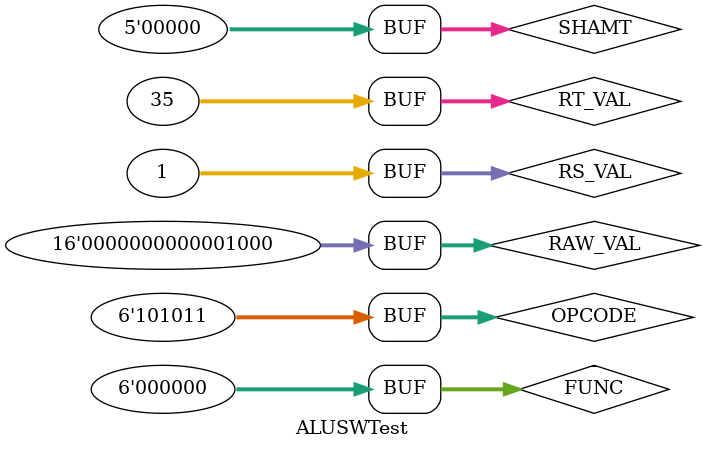
<source format=v>
`timescale 1ns / 1ps


module ALUSWTest;

	// Inputs
	reg [5:0] OPCODE;
	reg [31:0] RS_VAL;
	reg [31:0] RT_VAL;
	reg [4:0] SHAMT;
	reg [5:0] FUNC;
	reg [15:0] RAW_VAL;

	// Outputs
	wire [31:0] RESULT;
	wire SIG_B;

	// Instantiate the Unit Under Test (UUT)
	ALU uut (
		.RESULT(RESULT), 
		.SIG_B(SIG_B), 
		.OPCODE(OPCODE), 
		.RS_VAL(RS_VAL), 
		.RT_VAL(RT_VAL), 
		.SHAMT(SHAMT), 
		.FUNC(FUNC), 
		.RAW_VAL(RAW_VAL)
	);

	initial begin
		// Initialize Inputs
		OPCODE = 0;
		RS_VAL = 0;
		RT_VAL = 0;
		SHAMT = 0;
		FUNC = 0;
		RAW_VAL = 0;

		// Wait 100 ns for global reset to finish
		#100;
		
		OPCODE = 6'b101011;
		RS_VAL = 15;
		RT_VAL = 12;
		RAW_VAL = 19;
		#100;
		
		OPCODE = 6'b101011;
		RS_VAL = 23;
		RT_VAL = 2;
		RAW_VAL = 14;
		#100;

		OPCODE = 6'b101011;
		RS_VAL = 1;
		RT_VAL = 35;
		RAW_VAL = 8;
		#100;
		
        
		// Add stimulus here

	end
      
endmodule


</source>
